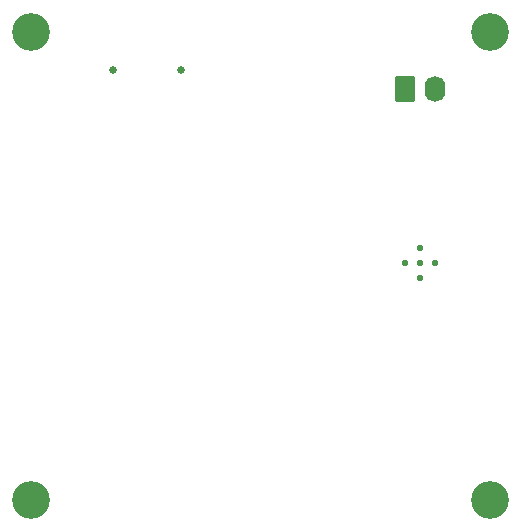
<source format=gbr>
%TF.GenerationSoftware,KiCad,Pcbnew,(7.0.0)*%
%TF.CreationDate,2023-06-21T12:56:18+01:00*%
%TF.ProjectId,CSAD10,43534144-3130-42e6-9b69-6361645f7063,0.2*%
%TF.SameCoordinates,Original*%
%TF.FileFunction,Soldermask,Bot*%
%TF.FilePolarity,Negative*%
%FSLAX46Y46*%
G04 Gerber Fmt 4.6, Leading zero omitted, Abs format (unit mm)*
G04 Created by KiCad (PCBNEW (7.0.0)) date 2023-06-21 12:56:18*
%MOMM*%
%LPD*%
G01*
G04 APERTURE LIST*
G04 Aperture macros list*
%AMRoundRect*
0 Rectangle with rounded corners*
0 $1 Rounding radius*
0 $2 $3 $4 $5 $6 $7 $8 $9 X,Y pos of 4 corners*
0 Add a 4 corners polygon primitive as box body*
4,1,4,$2,$3,$4,$5,$6,$7,$8,$9,$2,$3,0*
0 Add four circle primitives for the rounded corners*
1,1,$1+$1,$2,$3*
1,1,$1+$1,$4,$5*
1,1,$1+$1,$6,$7*
1,1,$1+$1,$8,$9*
0 Add four rect primitives between the rounded corners*
20,1,$1+$1,$2,$3,$4,$5,0*
20,1,$1+$1,$4,$5,$6,$7,0*
20,1,$1+$1,$6,$7,$8,$9,0*
20,1,$1+$1,$8,$9,$2,$3,0*%
G04 Aperture macros list end*
%ADD10C,3.200000*%
%ADD11RoundRect,0.250000X-0.620000X-0.845000X0.620000X-0.845000X0.620000X0.845000X-0.620000X0.845000X0*%
%ADD12O,1.740000X2.190000*%
%ADD13C,0.550000*%
%ADD14C,0.650000*%
G04 APERTURE END LIST*
D10*
%TO.C,H2*%
X159900000Y-81100000D03*
%TD*%
%TO.C,H1*%
X121100000Y-81100000D03*
%TD*%
D11*
%TO.C,J1*%
X152760000Y-86000000D03*
D12*
X155299999Y-85999999D03*
%TD*%
D10*
%TO.C,H4*%
X159900000Y-120800000D03*
%TD*%
D13*
%TO.C,U3*%
X154000000Y-99400000D03*
X155300000Y-100700000D03*
X154000000Y-100700000D03*
X152700000Y-100700000D03*
X154000000Y-102000000D03*
%TD*%
D10*
%TO.C,H3*%
X121100000Y-120800000D03*
%TD*%
D14*
%TO.C,J2*%
X133790000Y-84315000D03*
X128010000Y-84315000D03*
%TD*%
M02*

</source>
